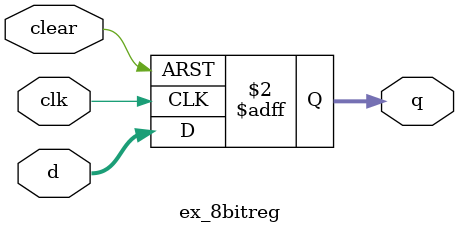
<source format=v>
module ex_8bitreg(clk,clear,d,q);

input clk    ;
input clear  ;
input [7:0] d;

output reg [7:0] q;

always@(posedge clear or posedge clk) begin
	if(clear)
	 q <= 8'b0;
	else
	 q <= d;
end

endmodule

</source>
